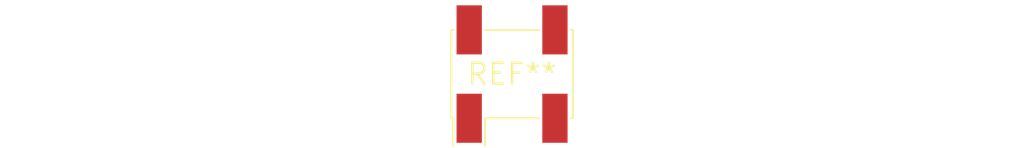
<source format=kicad_pcb>
(kicad_pcb (version 20240108) (generator pcbnew)
  (layers (0 "F.Cu" signal) (31 "B.Cu" signal) (34 "B.Paste" user) (35 "F.Paste" user) (36 "B.SilkS" user "B.Silkscreen") (37 "F.SilkS" user "F.Silkscreen") (38 "B.Mask" user) (39 "F.Mask" user) (44 "Edge.Cuts" user))
  (net 0 "")
  (footprint "Oscillator_SMD_Fordahl_DFAS11-4Pin_7.0x5.0mm_HandSoldering" (layer "F.Cu") (at 0 0)
    (property "Reference" "REF**")
    (property "Value" "Oscillator_SMD_Fordahl_DFAS11-4Pin_7.0x5.0mm_HandSoldering")
    (fp_line (start -3.7 -2.7) (end -3.58 -2.7) (layer "F.SilkS") (stroke (width 0.12)))
    (fp_line (start -3.7 2.7) (end -3.7 -2.7) (layer "F.SilkS") (stroke (width 0.12)))
    (fp_line (start -3.58 2.7) (end -3.7 2.7) (layer "F.SilkS") (stroke (width 0.12)))
    (fp_line (start -3.58 4.4) (end -3.58 2.7) (layer "F.SilkS") (stroke (width 0.12)))
    (fp_line (start -1.64 -2.7) (end 1.64 -2.7) (layer "F.SilkS") (stroke (width 0.12)))
    (fp_line (start -1.64 2.7) (end -1.64 4.4) (layer "F.SilkS") (stroke (width 0.12)))
    (fp_line (start 1.64 2.7) (end -1.64 2.7) (layer "F.SilkS") (stroke (width 0.12)))
    (fp_line (start 3.58 -2.7) (end 3.7 -2.7) (layer "F.SilkS") (stroke (width 0.12)))
    (fp_line (start 3.7 -2.7) (end 3.7 2.7) (layer "F.SilkS") (stroke (width 0.12)))
    (fp_line (start 3.7 2.7) (end 3.58 2.7) (layer "F.SilkS") (stroke (width 0.12)))
    (pad "1" smd rect (at -2.61 2.7) (size 1.54 3) (layers "F.Cu" "F.Paste" "F.Mask"))
    (pad "2" smd rect (at 2.61 2.7) (size 1.54 3) (layers "F.Cu" "F.Paste" "F.Mask"))
    (pad "3" smd rect (at 2.61 -2.7) (size 1.54 3) (layers "F.Cu" "F.Paste" "F.Mask"))
    (pad "4" smd rect (at -2.61 -2.7) (size 1.54 3) (layers "F.Cu" "F.Paste" "F.Mask"))
  )
)
</source>
